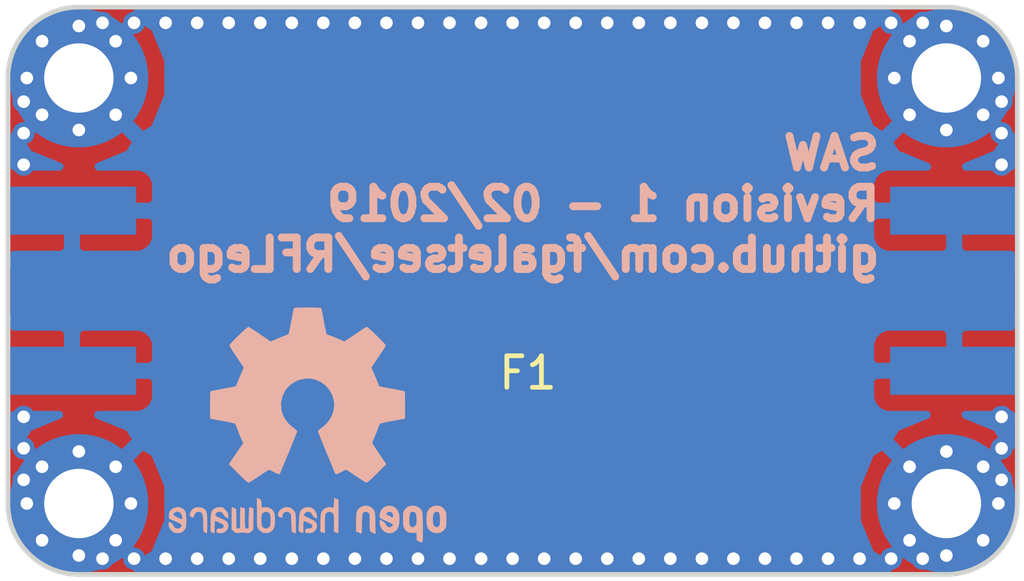
<source format=kicad_pcb>
(kicad_pcb (version 20171130) (host pcbnew 5.0.1)

  (general
    (thickness 1.6)
    (drawings 25)
    (tracks 71)
    (zones 0)
    (modules 8)
    (nets 4)
  )

  (page A4)
  (layers
    (0 F.Cu signal)
    (31 B.Cu signal)
    (32 B.Adhes user)
    (33 F.Adhes user)
    (34 B.Paste user)
    (35 F.Paste user)
    (36 B.SilkS user)
    (37 F.SilkS user)
    (38 B.Mask user hide)
    (39 F.Mask user hide)
    (40 Dwgs.User user)
    (41 Cmts.User user)
    (42 Eco1.User user)
    (43 Eco2.User user)
    (44 Edge.Cuts user)
    (45 Margin user)
    (46 B.CrtYd user)
    (47 F.CrtYd user)
    (48 B.Fab user)
    (49 F.Fab user hide)
  )

  (setup
    (last_trace_width 0.22)
    (trace_clearance 0.2)
    (zone_clearance 0)
    (zone_45_only no)
    (trace_min 0.2)
    (segment_width 0.15)
    (edge_width 0.15)
    (via_size 0.7)
    (via_drill 0.4)
    (via_min_size 0.6)
    (via_min_drill 0.3)
    (uvia_size 0.3)
    (uvia_drill 0.1)
    (uvias_allowed no)
    (uvia_min_size 0.2)
    (uvia_min_drill 0.1)
    (pcb_text_width 0.3)
    (pcb_text_size 1.5 1.5)
    (mod_edge_width 0.15)
    (mod_text_size 1 1)
    (mod_text_width 0.15)
    (pad_size 4.064 1.524)
    (pad_drill 0)
    (pad_to_mask_clearance 0.051)
    (solder_mask_min_width 0.25)
    (aux_axis_origin 100 100)
    (grid_origin 100 100)
    (visible_elements FFFFFF7F)
    (pcbplotparams
      (layerselection 0x010fc_ffffffff)
      (usegerberextensions false)
      (usegerberattributes false)
      (usegerberadvancedattributes false)
      (creategerberjobfile false)
      (excludeedgelayer true)
      (linewidth 0.100000)
      (plotframeref false)
      (viasonmask false)
      (mode 1)
      (useauxorigin true)
      (hpglpennumber 1)
      (hpglpenspeed 20)
      (hpglpendiameter 15.000000)
      (psnegative false)
      (psa4output false)
      (plotreference true)
      (plotvalue true)
      (plotinvisibletext false)
      (padsonsilk false)
      (subtractmaskfromsilk false)
      (outputformat 1)
      (mirror false)
      (drillshape 0)
      (scaleselection 1)
      (outputdirectory ""))
  )

  (net 0 "")
  (net 1 GND)
  (net 2 "Net-(F1-Pad2)")
  (net 3 "Net-(F1-Pad1)")

  (net_class Default "This is the default net class."
    (clearance 0.2)
    (trace_width 0.22)
    (via_dia 0.7)
    (via_drill 0.4)
    (uvia_dia 0.3)
    (uvia_drill 0.1)
    (diff_pair_gap 0.2)
    (diff_pair_width 0.2)
    (add_net GND)
  )

  (net_class "50 Ohm thin" ""
    (clearance 0.19)
    (trace_width 1)
    (via_dia 0.7)
    (via_drill 0.4)
    (uvia_dia 0.3)
    (uvia_drill 0.1)
    (diff_pair_gap 0.2)
    (diff_pair_width 0.2)
    (add_net "Net-(F1-Pad1)")
    (add_net "Net-(F1-Pad2)")
  )

  (net_class 50Ohm ""
    (clearance 0.32)
    (trace_width 1.5)
    (via_dia 0.7)
    (via_drill 0.4)
    (uvia_dia 0.3)
    (uvia_drill 0.1)
    (diff_pair_gap 0.2)
    (diff_pair_width 0.2)
  )

  (module MountingHole:MountingHole_2.2mm_M2_Pad_Via (layer F.Cu) (tedit 5C589B5C) (tstamp 5C654A6F)
    (at 102.25 102.25)
    (descr "Mounting Hole 2.2mm, M2")
    (tags "mounting hole 2.2mm m2")
    (path /5C581276)
    (attr virtual)
    (fp_text reference H1 (at 0 -3.2) (layer F.SilkS) hide
      (effects (font (size 1 1) (thickness 0.15)))
    )
    (fp_text value MountingHole_Pad (at 0 3.2) (layer F.Fab)
      (effects (font (size 1 1) (thickness 0.15)))
    )
    (fp_text user %R (at 0.3 0) (layer F.Fab)
      (effects (font (size 1 1) (thickness 0.15)))
    )
    (fp_circle (center 0 0) (end 2.2 0) (layer Cmts.User) (width 0.15))
    (fp_circle (center 0 0) (end 2.45 0) (layer F.CrtYd) (width 0.05))
    (pad 1 thru_hole circle (at 0 0) (size 4.4 4.4) (drill 2.2) (layers *.Cu *.Mask)
      (net 1 GND))
    (pad 1 thru_hole circle (at 1.65 0) (size 0.7 0.7) (drill 0.4) (layers *.Cu *.Mask)
      (net 1 GND))
    (pad 1 thru_hole circle (at 1.166726 1.166726) (size 0.7 0.7) (drill 0.4) (layers *.Cu *.Mask)
      (net 1 GND))
    (pad 1 thru_hole circle (at 0 1.65) (size 0.7 0.7) (drill 0.4) (layers *.Cu *.Mask)
      (net 1 GND))
    (pad 1 thru_hole circle (at -1.166726 1.166726) (size 0.7 0.7) (drill 0.4) (layers *.Cu *.Mask)
      (net 1 GND))
    (pad 1 thru_hole circle (at -1.65 0) (size 0.7 0.7) (drill 0.4) (layers *.Cu *.Mask)
      (net 1 GND))
    (pad 1 thru_hole circle (at -1.166726 -1.166726) (size 0.7 0.7) (drill 0.4) (layers *.Cu *.Mask)
      (net 1 GND))
    (pad 1 thru_hole circle (at 0 -1.65) (size 0.7 0.7) (drill 0.4) (layers *.Cu *.Mask)
      (net 1 GND))
    (pad 1 thru_hole circle (at 1.166726 -1.166726) (size 0.7 0.7) (drill 0.4) (layers *.Cu *.Mask)
      (net 1 GND))
  )

  (module MountingHole:MountingHole_2.2mm_M2_Pad_Via (layer F.Cu) (tedit 5C589B60) (tstamp 5C654BAF)
    (at 102.25 115.75)
    (descr "Mounting Hole 2.2mm, M2")
    (tags "mounting hole 2.2mm m2")
    (path /5C58129C)
    (attr virtual)
    (fp_text reference H2 (at 0 -3.2) (layer F.SilkS) hide
      (effects (font (size 1 1) (thickness 0.15)))
    )
    (fp_text value MountingHole_Pad (at 0 3.2) (layer F.Fab)
      (effects (font (size 1 1) (thickness 0.15)))
    )
    (fp_circle (center 0 0) (end 2.45 0) (layer F.CrtYd) (width 0.05))
    (fp_circle (center 0 0) (end 2.2 0) (layer Cmts.User) (width 0.15))
    (fp_text user %R (at 0.3 0) (layer F.Fab)
      (effects (font (size 1 1) (thickness 0.15)))
    )
    (pad 1 thru_hole circle (at 1.166726 -1.166726) (size 0.7 0.7) (drill 0.4) (layers *.Cu *.Mask)
      (net 1 GND))
    (pad 1 thru_hole circle (at 0 -1.65) (size 0.7 0.7) (drill 0.4) (layers *.Cu *.Mask)
      (net 1 GND))
    (pad 1 thru_hole circle (at -1.166726 -1.166726) (size 0.7 0.7) (drill 0.4) (layers *.Cu *.Mask)
      (net 1 GND))
    (pad 1 thru_hole circle (at -1.65 0) (size 0.7 0.7) (drill 0.4) (layers *.Cu *.Mask)
      (net 1 GND))
    (pad 1 thru_hole circle (at -1.166726 1.166726) (size 0.7 0.7) (drill 0.4) (layers *.Cu *.Mask)
      (net 1 GND))
    (pad 1 thru_hole circle (at 0 1.65) (size 0.7 0.7) (drill 0.4) (layers *.Cu *.Mask)
      (net 1 GND))
    (pad 1 thru_hole circle (at 1.166726 1.166726) (size 0.7 0.7) (drill 0.4) (layers *.Cu *.Mask)
      (net 1 GND))
    (pad 1 thru_hole circle (at 1.65 0) (size 0.7 0.7) (drill 0.4) (layers *.Cu *.Mask)
      (net 1 GND))
    (pad 1 thru_hole circle (at 0 0) (size 4.4 4.4) (drill 2.2) (layers *.Cu *.Mask)
      (net 1 GND))
  )

  (module MountingHole:MountingHole_2.2mm_M2_Pad_Via (layer F.Cu) (tedit 5C589B6A) (tstamp 5C654A8F)
    (at 129.75 102.25)
    (descr "Mounting Hole 2.2mm, M2")
    (tags "mounting hole 2.2mm m2")
    (path /5C589BDE)
    (attr virtual)
    (fp_text reference H3 (at 0 -3.2) (layer F.SilkS) hide
      (effects (font (size 1 1) (thickness 0.15)))
    )
    (fp_text value MountingHole_Pad (at 0 3.2) (layer F.Fab)
      (effects (font (size 1 1) (thickness 0.15)))
    )
    (fp_text user %R (at 0.3 0) (layer F.Fab)
      (effects (font (size 1 1) (thickness 0.15)))
    )
    (fp_circle (center 0 0) (end 2.2 0) (layer Cmts.User) (width 0.15))
    (fp_circle (center 0 0) (end 2.45 0) (layer F.CrtYd) (width 0.05))
    (pad 1 thru_hole circle (at 0 0) (size 4.4 4.4) (drill 2.2) (layers *.Cu *.Mask)
      (net 1 GND))
    (pad 1 thru_hole circle (at 1.65 0) (size 0.7 0.7) (drill 0.4) (layers *.Cu *.Mask)
      (net 1 GND))
    (pad 1 thru_hole circle (at 1.166726 1.166726) (size 0.7 0.7) (drill 0.4) (layers *.Cu *.Mask)
      (net 1 GND))
    (pad 1 thru_hole circle (at 0 1.65) (size 0.7 0.7) (drill 0.4) (layers *.Cu *.Mask)
      (net 1 GND))
    (pad 1 thru_hole circle (at -1.166726 1.166726) (size 0.7 0.7) (drill 0.4) (layers *.Cu *.Mask)
      (net 1 GND))
    (pad 1 thru_hole circle (at -1.65 0) (size 0.7 0.7) (drill 0.4) (layers *.Cu *.Mask)
      (net 1 GND))
    (pad 1 thru_hole circle (at -1.166726 -1.166726) (size 0.7 0.7) (drill 0.4) (layers *.Cu *.Mask)
      (net 1 GND))
    (pad 1 thru_hole circle (at 0 -1.65) (size 0.7 0.7) (drill 0.4) (layers *.Cu *.Mask)
      (net 1 GND))
    (pad 1 thru_hole circle (at 1.166726 -1.166726) (size 0.7 0.7) (drill 0.4) (layers *.Cu *.Mask)
      (net 1 GND))
  )

  (module MountingHole:MountingHole_2.2mm_M2_Pad_Via (layer F.Cu) (tedit 5C589B67) (tstamp 5C654A9F)
    (at 129.75 115.75)
    (descr "Mounting Hole 2.2mm, M2")
    (tags "mounting hole 2.2mm m2")
    (path /5C589CB1)
    (attr virtual)
    (fp_text reference H4 (at 0 -3.2) (layer F.SilkS) hide
      (effects (font (size 1 1) (thickness 0.15)))
    )
    (fp_text value MountingHole_Pad (at 0 3.2) (layer F.Fab)
      (effects (font (size 1 1) (thickness 0.15)))
    )
    (fp_circle (center 0 0) (end 2.45 0) (layer F.CrtYd) (width 0.05))
    (fp_circle (center 0 0) (end 2.2 0) (layer Cmts.User) (width 0.15))
    (fp_text user %R (at 0.3 0) (layer F.Fab)
      (effects (font (size 1 1) (thickness 0.15)))
    )
    (pad 1 thru_hole circle (at 1.166726 -1.166726) (size 0.7 0.7) (drill 0.4) (layers *.Cu *.Mask)
      (net 1 GND))
    (pad 1 thru_hole circle (at 0 -1.65) (size 0.7 0.7) (drill 0.4) (layers *.Cu *.Mask)
      (net 1 GND))
    (pad 1 thru_hole circle (at -1.166726 -1.166726) (size 0.7 0.7) (drill 0.4) (layers *.Cu *.Mask)
      (net 1 GND))
    (pad 1 thru_hole circle (at -1.65 0) (size 0.7 0.7) (drill 0.4) (layers *.Cu *.Mask)
      (net 1 GND))
    (pad 1 thru_hole circle (at -1.166726 1.166726) (size 0.7 0.7) (drill 0.4) (layers *.Cu *.Mask)
      (net 1 GND))
    (pad 1 thru_hole circle (at 0 1.65) (size 0.7 0.7) (drill 0.4) (layers *.Cu *.Mask)
      (net 1 GND))
    (pad 1 thru_hole circle (at 1.166726 1.166726) (size 0.7 0.7) (drill 0.4) (layers *.Cu *.Mask)
      (net 1 GND))
    (pad 1 thru_hole circle (at 1.65 0) (size 0.7 0.7) (drill 0.4) (layers *.Cu *.Mask)
      (net 1 GND))
    (pad 1 thru_hole circle (at 0 0) (size 4.4 4.4) (drill 2.2) (layers *.Cu *.Mask)
      (net 1 GND))
  )

  (module RFLego_Footprint:SMA_Edge (layer F.Cu) (tedit 5C589B63) (tstamp 5C654AA8)
    (at 100 109)
    (path /5C58165C)
    (fp_text reference J1 (at 2.1336 4.6482) (layer F.SilkS) hide
      (effects (font (size 1 1) (thickness 0.15)))
    )
    (fp_text value SMA (at 1.27 6.35) (layer F.Fab) hide
      (effects (font (size 1 1) (thickness 0.15)))
    )
    (pad 1 smd rect (at 2.032 0) (size 4.064 1.524) (layers F.Cu F.Mask)
      (net 3 "Net-(F1-Pad1)"))
    (pad 2 smd rect (at 2.032 -2.54) (size 4.064 1.524) (layers F.Cu F.Mask)
      (net 1 GND))
    (pad 2 smd rect (at 2.032 2.54) (size 4.064 1.524) (layers B.Cu B.Mask)
      (net 1 GND))
    (pad 2 smd rect (at 2.032 -2.54) (size 4.064 1.524) (layers B.Cu B.Mask)
      (net 1 GND))
    (pad 2 smd rect (at 2.032 2.54) (size 4.064 1.524) (layers F.Cu F.Mask)
      (net 1 GND))
  )

  (module RFLego_Footprint:SMA_Edge (layer F.Cu) (tedit 5C58AA95) (tstamp 5C654AB1)
    (at 127.968 109)
    (path /5C581B40)
    (fp_text reference J2 (at 2.1336 4.6482) (layer F.SilkS) hide
      (effects (font (size 1 1) (thickness 0.15)))
    )
    (fp_text value SMA (at 1.27 6.35) (layer F.Fab) hide
      (effects (font (size 1 1) (thickness 0.15)))
    )
    (pad 2 smd rect (at 2.032 2.54) (size 4.064 1.524) (layers F.Cu F.Mask)
      (net 1 GND))
    (pad 2 smd rect (at 2.032 -2.54) (size 4.064 1.524) (layers B.Cu B.Mask)
      (net 1 GND))
    (pad 2 smd rect (at 2.032 2.54) (size 4.064 1.524) (layers B.Cu B.Mask)
      (net 1 GND))
    (pad 2 smd rect (at 2.032 -2.54) (size 4.064 1.524) (layers F.Cu F.Mask)
      (net 1 GND))
    (pad 1 smd rect (at 2.032 0) (size 4.064 1.524) (layers F.Cu F.Mask)
      (net 2 "Net-(F1-Pad2)"))
  )

  (module Symbol:OSHW-Logo2_9.8x8mm_SilkScreen (layer B.Cu) (tedit 0) (tstamp 5C71C66D)
    (at 109.5 113.25 180)
    (descr "Open Source Hardware Symbol")
    (tags "Logo Symbol OSHW")
    (attr virtual)
    (fp_text reference REF** (at 0 0 180) (layer B.SilkS) hide
      (effects (font (size 1 1) (thickness 0.15)) (justify mirror))
    )
    (fp_text value OSHW-Logo2_9.8x8mm_SilkScreen (at 0.75 0 180) (layer B.Fab) hide
      (effects (font (size 1 1) (thickness 0.15)) (justify mirror))
    )
    (fp_poly (pts (xy 0.139878 3.712224) (xy 0.245612 3.711645) (xy 0.322132 3.710078) (xy 0.374372 3.707028)
      (xy 0.407263 3.702004) (xy 0.425737 3.694511) (xy 0.434727 3.684056) (xy 0.439163 3.670147)
      (xy 0.439594 3.668346) (xy 0.446333 3.635855) (xy 0.458808 3.571748) (xy 0.475719 3.482849)
      (xy 0.495771 3.375981) (xy 0.517664 3.257967) (xy 0.518429 3.253822) (xy 0.540359 3.138169)
      (xy 0.560877 3.035986) (xy 0.578659 2.953402) (xy 0.592381 2.896544) (xy 0.600718 2.871542)
      (xy 0.601116 2.871099) (xy 0.625677 2.85889) (xy 0.676315 2.838544) (xy 0.742095 2.814455)
      (xy 0.742461 2.814326) (xy 0.825317 2.783182) (xy 0.923 2.743509) (xy 1.015077 2.703619)
      (xy 1.019434 2.701647) (xy 1.169407 2.63358) (xy 1.501498 2.860361) (xy 1.603374 2.929496)
      (xy 1.695657 2.991303) (xy 1.773003 3.042267) (xy 1.830064 3.078873) (xy 1.861495 3.097606)
      (xy 1.864479 3.098996) (xy 1.887321 3.09281) (xy 1.929982 3.062965) (xy 1.994128 3.008053)
      (xy 2.081421 2.926666) (xy 2.170535 2.840078) (xy 2.256441 2.754753) (xy 2.333327 2.676892)
      (xy 2.396564 2.611303) (xy 2.441523 2.562795) (xy 2.463576 2.536175) (xy 2.464396 2.534805)
      (xy 2.466834 2.516537) (xy 2.45765 2.486705) (xy 2.434574 2.441279) (xy 2.395337 2.37623)
      (xy 2.33767 2.28753) (xy 2.260795 2.173343) (xy 2.19257 2.072838) (xy 2.131582 1.982697)
      (xy 2.081356 1.908151) (xy 2.045416 1.854435) (xy 2.027287 1.826782) (xy 2.026146 1.824905)
      (xy 2.028359 1.79841) (xy 2.045138 1.746914) (xy 2.073142 1.680149) (xy 2.083122 1.658828)
      (xy 2.126672 1.563841) (xy 2.173134 1.456063) (xy 2.210877 1.362808) (xy 2.238073 1.293594)
      (xy 2.259675 1.240994) (xy 2.272158 1.213503) (xy 2.273709 1.211384) (xy 2.296668 1.207876)
      (xy 2.350786 1.198262) (xy 2.428868 1.183911) (xy 2.523719 1.166193) (xy 2.628143 1.146475)
      (xy 2.734944 1.126126) (xy 2.836926 1.106514) (xy 2.926894 1.089009) (xy 2.997653 1.074978)
      (xy 3.042006 1.065791) (xy 3.052885 1.063193) (xy 3.064122 1.056782) (xy 3.072605 1.042303)
      (xy 3.078714 1.014867) (xy 3.082832 0.969589) (xy 3.085341 0.90158) (xy 3.086621 0.805953)
      (xy 3.087054 0.67782) (xy 3.087077 0.625299) (xy 3.087077 0.198155) (xy 2.9845 0.177909)
      (xy 2.927431 0.16693) (xy 2.842269 0.150905) (xy 2.739372 0.131767) (xy 2.629096 0.111449)
      (xy 2.598615 0.105868) (xy 2.496855 0.086083) (xy 2.408205 0.066627) (xy 2.340108 0.049303)
      (xy 2.300004 0.035912) (xy 2.293323 0.031921) (xy 2.276919 0.003658) (xy 2.253399 -0.051109)
      (xy 2.227316 -0.121588) (xy 2.222142 -0.136769) (xy 2.187956 -0.230896) (xy 2.145523 -0.337101)
      (xy 2.103997 -0.432473) (xy 2.103792 -0.432916) (xy 2.03464 -0.582525) (xy 2.489512 -1.251617)
      (xy 2.1975 -1.544116) (xy 2.10918 -1.63117) (xy 2.028625 -1.707909) (xy 1.96036 -1.770237)
      (xy 1.908908 -1.814056) (xy 1.878794 -1.83527) (xy 1.874474 -1.836616) (xy 1.849111 -1.826016)
      (xy 1.797358 -1.796547) (xy 1.724868 -1.751705) (xy 1.637294 -1.694984) (xy 1.542612 -1.631462)
      (xy 1.446516 -1.566668) (xy 1.360837 -1.510287) (xy 1.291016 -1.465788) (xy 1.242494 -1.436639)
      (xy 1.220782 -1.426308) (xy 1.194293 -1.43505) (xy 1.144062 -1.458087) (xy 1.080451 -1.490631)
      (xy 1.073708 -1.494249) (xy 0.988046 -1.53721) (xy 0.929306 -1.558279) (xy 0.892772 -1.558503)
      (xy 0.873731 -1.538928) (xy 0.87362 -1.538654) (xy 0.864102 -1.515472) (xy 0.841403 -1.460441)
      (xy 0.807282 -1.377822) (xy 0.7635 -1.271872) (xy 0.711816 -1.146852) (xy 0.653992 -1.00702)
      (xy 0.597991 -0.871637) (xy 0.536447 -0.722234) (xy 0.479939 -0.583832) (xy 0.430161 -0.460673)
      (xy 0.388806 -0.357002) (xy 0.357568 -0.277059) (xy 0.338141 -0.225088) (xy 0.332154 -0.205692)
      (xy 0.347168 -0.183443) (xy 0.386439 -0.147982) (xy 0.438807 -0.108887) (xy 0.587941 0.014755)
      (xy 0.704511 0.156478) (xy 0.787118 0.313296) (xy 0.834366 0.482225) (xy 0.844857 0.660278)
      (xy 0.837231 0.742461) (xy 0.795682 0.912969) (xy 0.724123 1.063541) (xy 0.626995 1.192691)
      (xy 0.508734 1.298936) (xy 0.37378 1.38079) (xy 0.226571 1.436768) (xy 0.071544 1.465385)
      (xy -0.086861 1.465156) (xy -0.244206 1.434595) (xy -0.396054 1.372218) (xy -0.537965 1.27654)
      (xy -0.597197 1.222428) (xy -0.710797 1.08348) (xy -0.789894 0.931639) (xy -0.835014 0.771333)
      (xy -0.846684 0.606988) (xy -0.825431 0.443029) (xy -0.77178 0.283882) (xy -0.68626 0.133975)
      (xy -0.569395 -0.002267) (xy -0.438807 -0.108887) (xy -0.384412 -0.149642) (xy -0.345986 -0.184718)
      (xy -0.332154 -0.205726) (xy -0.339397 -0.228635) (xy -0.359995 -0.283365) (xy -0.392254 -0.365672)
      (xy -0.434479 -0.471315) (xy -0.484977 -0.59605) (xy -0.542052 -0.735636) (xy -0.598146 -0.87167)
      (xy -0.660033 -1.021201) (xy -0.717356 -1.159767) (xy -0.768356 -1.283107) (xy -0.811273 -1.386964)
      (xy -0.844347 -1.46708) (xy -0.865819 -1.519195) (xy -0.873775 -1.538654) (xy -0.892571 -1.558423)
      (xy -0.928926 -1.558365) (xy -0.987521 -1.537441) (xy -1.073032 -1.494613) (xy -1.073708 -1.494249)
      (xy -1.138093 -1.461012) (xy -1.190139 -1.436802) (xy -1.219488 -1.426404) (xy -1.220783 -1.426308)
      (xy -1.242876 -1.436855) (xy -1.291652 -1.466184) (xy -1.361669 -1.510827) (xy -1.447486 -1.567314)
      (xy -1.542612 -1.631462) (xy -1.63946 -1.696411) (xy -1.726747 -1.752896) (xy -1.798819 -1.797421)
      (xy -1.850023 -1.82649) (xy -1.874474 -1.836616) (xy -1.89699 -1.823307) (xy -1.942258 -1.786112)
      (xy -2.005756 -1.729128) (xy -2.082961 -1.656449) (xy -2.169349 -1.572171) (xy -2.197601 -1.544016)
      (xy -2.489713 -1.251416) (xy -2.267369 -0.925104) (xy -2.199798 -0.824897) (xy -2.140493 -0.734963)
      (xy -2.092783 -0.66051) (xy -2.059993 -0.606751) (xy -2.045452 -0.578894) (xy -2.045026 -0.576912)
      (xy -2.052692 -0.550655) (xy -2.073311 -0.497837) (xy -2.103315 -0.42731) (xy -2.124375 -0.380093)
      (xy -2.163752 -0.289694) (xy -2.200835 -0.198366) (xy -2.229585 -0.1212) (xy -2.237395 -0.097692)
      (xy -2.259583 -0.034916) (xy -2.281273 0.013589) (xy -2.293187 0.031921) (xy -2.319477 0.043141)
      (xy -2.376858 0.059046) (xy -2.457882 0.077833) (xy -2.555105 0.097701) (xy -2.598615 0.105868)
      (xy -2.709104 0.126171) (xy -2.815084 0.14583) (xy -2.906199 0.162912) (xy -2.972092 0.175482)
      (xy -2.9845 0.177909) (xy -3.087077 0.198155) (xy -3.087077 0.625299) (xy -3.086847 0.765754)
      (xy -3.085901 0.872021) (xy -3.083859 0.948987) (xy -3.080338 1.00154) (xy -3.074957 1.034567)
      (xy -3.067334 1.052955) (xy -3.057088 1.061592) (xy -3.052885 1.063193) (xy -3.02753 1.068873)
      (xy -2.971516 1.080205) (xy -2.892036 1.095821) (xy -2.796288 1.114353) (xy -2.691467 1.134431)
      (xy -2.584768 1.154688) (xy -2.483387 1.173754) (xy -2.394521 1.190261) (xy -2.325363 1.202841)
      (xy -2.283111 1.210125) (xy -2.27371 1.211384) (xy -2.265193 1.228237) (xy -2.24634 1.27313)
      (xy -2.220676 1.33757) (xy -2.210877 1.362808) (xy -2.171352 1.460314) (xy -2.124808 1.568041)
      (xy -2.083123 1.658828) (xy -2.05245 1.728247) (xy -2.032044 1.78529) (xy -2.025232 1.820223)
      (xy -2.026318 1.824905) (xy -2.040715 1.847009) (xy -2.073588 1.896169) (xy -2.12141 1.967152)
      (xy -2.180652 2.054722) (xy -2.247785 2.153643) (xy -2.261059 2.17317) (xy -2.338954 2.28886)
      (xy -2.396213 2.376956) (xy -2.435119 2.441514) (xy -2.457956 2.486589) (xy -2.467006 2.516237)
      (xy -2.464552 2.534515) (xy -2.464489 2.534631) (xy -2.445173 2.558639) (xy -2.402449 2.605053)
      (xy -2.340949 2.669063) (xy -2.265302 2.745855) (xy -2.180139 2.830618) (xy -2.170535 2.840078)
      (xy -2.06321 2.944011) (xy -1.980385 3.020325) (xy -1.920395 3.070429) (xy -1.881577 3.09573)
      (xy -1.86448 3.098996) (xy -1.839527 3.08475) (xy -1.787745 3.051844) (xy -1.71448 3.003792)
      (xy -1.62508 2.94411) (xy -1.524889 2.876312) (xy -1.501499 2.860361) (xy -1.169407 2.63358)
      (xy -1.019435 2.701647) (xy -0.92823 2.741315) (xy -0.830331 2.781209) (xy -0.746169 2.813017)
      (xy -0.742462 2.814326) (xy -0.676631 2.838424) (xy -0.625884 2.8588) (xy -0.601158 2.871064)
      (xy -0.601116 2.871099) (xy -0.593271 2.893266) (xy -0.579934 2.947783) (xy -0.56243 3.02852)
      (xy -0.542083 3.12935) (xy -0.520218 3.244144) (xy -0.518429 3.253822) (xy -0.496496 3.372096)
      (xy -0.47636 3.479458) (xy -0.45932 3.569083) (xy -0.446672 3.634149) (xy -0.439716 3.667832)
      (xy -0.439594 3.668346) (xy -0.435361 3.682675) (xy -0.427129 3.693493) (xy -0.409967 3.701294)
      (xy -0.378942 3.706571) (xy -0.329122 3.709818) (xy -0.255576 3.711528) (xy -0.153371 3.712193)
      (xy -0.017575 3.712307) (xy 0 3.712308) (xy 0.139878 3.712224)) (layer B.SilkS) (width 0.01))
    (fp_poly (pts (xy 4.245224 -2.647838) (xy 4.322528 -2.698361) (xy 4.359814 -2.74359) (xy 4.389353 -2.825663)
      (xy 4.391699 -2.890607) (xy 4.386385 -2.977445) (xy 4.186115 -3.065103) (xy 4.088739 -3.109887)
      (xy 4.025113 -3.145913) (xy 3.992029 -3.177117) (xy 3.98628 -3.207436) (xy 4.004658 -3.240805)
      (xy 4.024923 -3.262923) (xy 4.083889 -3.298393) (xy 4.148024 -3.300879) (xy 4.206926 -3.273235)
      (xy 4.250197 -3.21832) (xy 4.257936 -3.198928) (xy 4.295006 -3.138364) (xy 4.337654 -3.112552)
      (xy 4.396154 -3.090471) (xy 4.396154 -3.174184) (xy 4.390982 -3.23115) (xy 4.370723 -3.279189)
      (xy 4.328262 -3.334346) (xy 4.321951 -3.341514) (xy 4.27472 -3.390585) (xy 4.234121 -3.41692)
      (xy 4.183328 -3.429035) (xy 4.14122 -3.433003) (xy 4.065902 -3.433991) (xy 4.012286 -3.421466)
      (xy 3.978838 -3.402869) (xy 3.926268 -3.361975) (xy 3.889879 -3.317748) (xy 3.86685 -3.262126)
      (xy 3.854359 -3.187047) (xy 3.849587 -3.084449) (xy 3.849206 -3.032376) (xy 3.850501 -2.969948)
      (xy 3.968471 -2.969948) (xy 3.969839 -3.003438) (xy 3.973249 -3.008923) (xy 3.995753 -3.001472)
      (xy 4.044182 -2.981753) (xy 4.108908 -2.953718) (xy 4.122443 -2.947692) (xy 4.204244 -2.906096)
      (xy 4.249312 -2.869538) (xy 4.259217 -2.835296) (xy 4.235526 -2.800648) (xy 4.21596 -2.785339)
      (xy 4.14536 -2.754721) (xy 4.07928 -2.75978) (xy 4.023959 -2.797151) (xy 3.985636 -2.863473)
      (xy 3.973349 -2.916116) (xy 3.968471 -2.969948) (xy 3.850501 -2.969948) (xy 3.85173 -2.91072)
      (xy 3.861032 -2.82071) (xy 3.87946 -2.755167) (xy 3.90936 -2.706912) (xy 3.95308 -2.668767)
      (xy 3.972141 -2.65644) (xy 4.058726 -2.624336) (xy 4.153522 -2.622316) (xy 4.245224 -2.647838)) (layer B.SilkS) (width 0.01))
    (fp_poly (pts (xy 3.570807 -2.636782) (xy 3.594161 -2.646988) (xy 3.649902 -2.691134) (xy 3.697569 -2.754967)
      (xy 3.727048 -2.823087) (xy 3.731846 -2.85667) (xy 3.71576 -2.903556) (xy 3.680475 -2.928365)
      (xy 3.642644 -2.943387) (xy 3.625321 -2.946155) (xy 3.616886 -2.926066) (xy 3.60023 -2.882351)
      (xy 3.592923 -2.862598) (xy 3.551948 -2.794271) (xy 3.492622 -2.760191) (xy 3.416552 -2.761239)
      (xy 3.410918 -2.762581) (xy 3.370305 -2.781836) (xy 3.340448 -2.819375) (xy 3.320055 -2.879809)
      (xy 3.307836 -2.967751) (xy 3.3025 -3.087813) (xy 3.302 -3.151698) (xy 3.301752 -3.252403)
      (xy 3.300126 -3.321054) (xy 3.295801 -3.364673) (xy 3.287454 -3.390282) (xy 3.273765 -3.404903)
      (xy 3.253411 -3.415558) (xy 3.252234 -3.416095) (xy 3.213038 -3.432667) (xy 3.193619 -3.438769)
      (xy 3.190635 -3.420319) (xy 3.188081 -3.369323) (xy 3.18614 -3.292308) (xy 3.184997 -3.195805)
      (xy 3.184769 -3.125184) (xy 3.185932 -2.988525) (xy 3.190479 -2.884851) (xy 3.199999 -2.808108)
      (xy 3.216081 -2.752246) (xy 3.240313 -2.711212) (xy 3.274286 -2.678954) (xy 3.307833 -2.65644)
      (xy 3.388499 -2.626476) (xy 3.482381 -2.619718) (xy 3.570807 -2.636782)) (layer B.SilkS) (width 0.01))
    (fp_poly (pts (xy 2.887333 -2.633528) (xy 2.94359 -2.659117) (xy 2.987747 -2.690124) (xy 3.020101 -2.724795)
      (xy 3.042438 -2.76952) (xy 3.056546 -2.830692) (xy 3.064211 -2.914701) (xy 3.06722 -3.02794)
      (xy 3.067538 -3.102509) (xy 3.067538 -3.39342) (xy 3.017773 -3.416095) (xy 2.978576 -3.432667)
      (xy 2.959157 -3.438769) (xy 2.955442 -3.42061) (xy 2.952495 -3.371648) (xy 2.950691 -3.300153)
      (xy 2.950308 -3.243385) (xy 2.948661 -3.161371) (xy 2.944222 -3.096309) (xy 2.93774 -3.056467)
      (xy 2.93259 -3.048) (xy 2.897977 -3.056646) (xy 2.84364 -3.078823) (xy 2.780722 -3.108886)
      (xy 2.720368 -3.141192) (xy 2.673721 -3.170098) (xy 2.651926 -3.189961) (xy 2.651839 -3.190175)
      (xy 2.653714 -3.226935) (xy 2.670525 -3.262026) (xy 2.700039 -3.290528) (xy 2.743116 -3.300061)
      (xy 2.779932 -3.29895) (xy 2.832074 -3.298133) (xy 2.859444 -3.310349) (xy 2.875882 -3.342624)
      (xy 2.877955 -3.34871) (xy 2.885081 -3.394739) (xy 2.866024 -3.422687) (xy 2.816353 -3.436007)
      (xy 2.762697 -3.43847) (xy 2.666142 -3.42021) (xy 2.616159 -3.394131) (xy 2.554429 -3.332868)
      (xy 2.52169 -3.25767) (xy 2.518753 -3.178211) (xy 2.546424 -3.104167) (xy 2.588047 -3.057769)
      (xy 2.629604 -3.031793) (xy 2.694922 -2.998907) (xy 2.771038 -2.965557) (xy 2.783726 -2.960461)
      (xy 2.867333 -2.923565) (xy 2.91553 -2.891046) (xy 2.93103 -2.858718) (xy 2.91655 -2.822394)
      (xy 2.891692 -2.794) (xy 2.832939 -2.759039) (xy 2.768293 -2.756417) (xy 2.709008 -2.783358)
      (xy 2.666339 -2.837088) (xy 2.660739 -2.85095) (xy 2.628133 -2.901936) (xy 2.58053 -2.939787)
      (xy 2.520461 -2.97085) (xy 2.520461 -2.882768) (xy 2.523997 -2.828951) (xy 2.539156 -2.786534)
      (xy 2.572768 -2.741279) (xy 2.605035 -2.70642) (xy 2.655209 -2.657062) (xy 2.694193 -2.630547)
      (xy 2.736064 -2.619911) (xy 2.78346 -2.618154) (xy 2.887333 -2.633528)) (layer B.SilkS) (width 0.01))
    (fp_poly (pts (xy 2.395929 -2.636662) (xy 2.398911 -2.688068) (xy 2.401247 -2.766192) (xy 2.402749 -2.864857)
      (xy 2.403231 -2.968343) (xy 2.403231 -3.318533) (xy 2.341401 -3.380363) (xy 2.298793 -3.418462)
      (xy 2.26139 -3.433895) (xy 2.21027 -3.432918) (xy 2.189978 -3.430433) (xy 2.126554 -3.4232)
      (xy 2.074095 -3.419055) (xy 2.061308 -3.418672) (xy 2.018199 -3.421176) (xy 1.956544 -3.427462)
      (xy 1.932638 -3.430433) (xy 1.873922 -3.435028) (xy 1.834464 -3.425046) (xy 1.795338 -3.394228)
      (xy 1.781215 -3.380363) (xy 1.719385 -3.318533) (xy 1.719385 -2.663503) (xy 1.76915 -2.640829)
      (xy 1.812002 -2.624034) (xy 1.837073 -2.618154) (xy 1.843501 -2.636736) (xy 1.849509 -2.688655)
      (xy 1.854697 -2.768172) (xy 1.858664 -2.869546) (xy 1.860577 -2.955192) (xy 1.865923 -3.292231)
      (xy 1.91256 -3.298825) (xy 1.954976 -3.294214) (xy 1.97576 -3.279287) (xy 1.98157 -3.251377)
      (xy 1.98653 -3.191925) (xy 1.990246 -3.108466) (xy 1.992324 -3.008532) (xy 1.992624 -2.957104)
      (xy 1.992923 -2.661054) (xy 2.054454 -2.639604) (xy 2.098004 -2.62502) (xy 2.121694 -2.618219)
      (xy 2.122377 -2.618154) (xy 2.124754 -2.636642) (xy 2.127366 -2.687906) (xy 2.129995 -2.765649)
      (xy 2.132421 -2.863574) (xy 2.134115 -2.955192) (xy 2.139461 -3.292231) (xy 2.256692 -3.292231)
      (xy 2.262072 -2.984746) (xy 2.267451 -2.677261) (xy 2.324601 -2.647707) (xy 2.366797 -2.627413)
      (xy 2.39177 -2.618204) (xy 2.392491 -2.618154) (xy 2.395929 -2.636662)) (layer B.SilkS) (width 0.01))
    (fp_poly (pts (xy 1.602081 -2.780289) (xy 1.601833 -2.92632) (xy 1.600872 -3.038655) (xy 1.598794 -3.122678)
      (xy 1.595193 -3.183769) (xy 1.589665 -3.227309) (xy 1.581804 -3.258679) (xy 1.571207 -3.283262)
      (xy 1.563182 -3.297294) (xy 1.496728 -3.373388) (xy 1.41247 -3.421084) (xy 1.319249 -3.438199)
      (xy 1.2259 -3.422546) (xy 1.170312 -3.394418) (xy 1.111957 -3.34576) (xy 1.072186 -3.286333)
      (xy 1.04819 -3.208507) (xy 1.037161 -3.104652) (xy 1.035599 -3.028462) (xy 1.035809 -3.022986)
      (xy 1.172308 -3.022986) (xy 1.173141 -3.110355) (xy 1.176961 -3.168192) (xy 1.185746 -3.206029)
      (xy 1.201474 -3.233398) (xy 1.220266 -3.254042) (xy 1.283375 -3.29389) (xy 1.351137 -3.297295)
      (xy 1.415179 -3.264025) (xy 1.420164 -3.259517) (xy 1.441439 -3.236067) (xy 1.454779 -3.208166)
      (xy 1.462001 -3.166641) (xy 1.464923 -3.102316) (xy 1.465385 -3.0312) (xy 1.464383 -2.941858)
      (xy 1.460238 -2.882258) (xy 1.451236 -2.843089) (xy 1.435667 -2.81504) (xy 1.422902 -2.800144)
      (xy 1.3636 -2.762575) (xy 1.295301 -2.758057) (xy 1.23011 -2.786753) (xy 1.217528 -2.797406)
      (xy 1.196111 -2.821063) (xy 1.182744 -2.849251) (xy 1.175566 -2.891245) (xy 1.172719 -2.956319)
      (xy 1.172308 -3.022986) (xy 1.035809 -3.022986) (xy 1.040322 -2.905765) (xy 1.056362 -2.813577)
      (xy 1.086528 -2.744269) (xy 1.133629 -2.690211) (xy 1.170312 -2.662505) (xy 1.23699 -2.632572)
      (xy 1.314272 -2.618678) (xy 1.38611 -2.622397) (xy 1.426308 -2.6374) (xy 1.442082 -2.64167)
      (xy 1.45255 -2.62575) (xy 1.459856 -2.583089) (xy 1.465385 -2.518106) (xy 1.471437 -2.445732)
      (xy 1.479844 -2.402187) (xy 1.495141 -2.377287) (xy 1.521864 -2.360845) (xy 1.538654 -2.353564)
      (xy 1.602154 -2.326963) (xy 1.602081 -2.780289)) (layer B.SilkS) (width 0.01))
    (fp_poly (pts (xy 0.713362 -2.62467) (xy 0.802117 -2.657421) (xy 0.874022 -2.71535) (xy 0.902144 -2.756128)
      (xy 0.932802 -2.830954) (xy 0.932165 -2.885058) (xy 0.899987 -2.921446) (xy 0.888081 -2.927633)
      (xy 0.836675 -2.946925) (xy 0.810422 -2.941982) (xy 0.80153 -2.909587) (xy 0.801077 -2.891692)
      (xy 0.784797 -2.825859) (xy 0.742365 -2.779807) (xy 0.683388 -2.757564) (xy 0.617475 -2.763161)
      (xy 0.563895 -2.792229) (xy 0.545798 -2.80881) (xy 0.532971 -2.828925) (xy 0.524306 -2.859332)
      (xy 0.518696 -2.906788) (xy 0.515035 -2.97805) (xy 0.512215 -3.079875) (xy 0.511484 -3.112115)
      (xy 0.50882 -3.22241) (xy 0.505792 -3.300036) (xy 0.50125 -3.351396) (xy 0.494046 -3.38289)
      (xy 0.483033 -3.40092) (xy 0.46706 -3.411888) (xy 0.456834 -3.416733) (xy 0.413406 -3.433301)
      (xy 0.387842 -3.438769) (xy 0.379395 -3.420507) (xy 0.374239 -3.365296) (xy 0.372346 -3.272499)
      (xy 0.373689 -3.141478) (xy 0.374107 -3.121269) (xy 0.377058 -3.001733) (xy 0.380548 -2.914449)
      (xy 0.385514 -2.852591) (xy 0.392893 -2.809336) (xy 0.403624 -2.77786) (xy 0.418645 -2.751339)
      (xy 0.426502 -2.739975) (xy 0.471553 -2.689692) (xy 0.52194 -2.650581) (xy 0.528108 -2.647167)
      (xy 0.618458 -2.620212) (xy 0.713362 -2.62467)) (layer B.SilkS) (width 0.01))
    (fp_poly (pts (xy 0.053501 -2.626303) (xy 0.13006 -2.654733) (xy 0.130936 -2.655279) (xy 0.178285 -2.690127)
      (xy 0.213241 -2.730852) (xy 0.237825 -2.783925) (xy 0.254062 -2.855814) (xy 0.263975 -2.952992)
      (xy 0.269586 -3.081928) (xy 0.270077 -3.100298) (xy 0.277141 -3.377287) (xy 0.217695 -3.408028)
      (xy 0.174681 -3.428802) (xy 0.14871 -3.438646) (xy 0.147509 -3.438769) (xy 0.143014 -3.420606)
      (xy 0.139444 -3.371612) (xy 0.137248 -3.300031) (xy 0.136769 -3.242068) (xy 0.136758 -3.14817)
      (xy 0.132466 -3.089203) (xy 0.117503 -3.061079) (xy 0.085482 -3.059706) (xy 0.030014 -3.080998)
      (xy -0.053731 -3.120136) (xy -0.115311 -3.152643) (xy -0.146983 -3.180845) (xy -0.156294 -3.211582)
      (xy -0.156308 -3.213104) (xy -0.140943 -3.266054) (xy -0.095453 -3.29466) (xy -0.025834 -3.298803)
      (xy 0.024313 -3.298084) (xy 0.050754 -3.312527) (xy 0.067243 -3.347218) (xy 0.076733 -3.391416)
      (xy 0.063057 -3.416493) (xy 0.057907 -3.420082) (xy 0.009425 -3.434496) (xy -0.058469 -3.436537)
      (xy -0.128388 -3.426983) (xy -0.177932 -3.409522) (xy -0.24643 -3.351364) (xy -0.285366 -3.270408)
      (xy -0.293077 -3.20716) (xy -0.287193 -3.150111) (xy -0.265899 -3.103542) (xy -0.223735 -3.062181)
      (xy -0.155241 -3.020755) (xy -0.054956 -2.973993) (xy -0.048846 -2.97135) (xy 0.04149 -2.929617)
      (xy 0.097235 -2.895391) (xy 0.121129 -2.864635) (xy 0.115913 -2.833311) (xy 0.084328 -2.797383)
      (xy 0.074883 -2.789116) (xy 0.011617 -2.757058) (xy -0.053936 -2.758407) (xy -0.111028 -2.789838)
      (xy -0.148907 -2.848024) (xy -0.152426 -2.859446) (xy -0.1867 -2.914837) (xy -0.230191 -2.941518)
      (xy -0.293077 -2.96796) (xy -0.293077 -2.899548) (xy -0.273948 -2.80011) (xy -0.217169 -2.708902)
      (xy -0.187622 -2.678389) (xy -0.120458 -2.639228) (xy -0.035044 -2.6215) (xy 0.053501 -2.626303)) (layer B.SilkS) (width 0.01))
    (fp_poly (pts (xy -0.840154 -2.49212) (xy -0.834428 -2.57198) (xy -0.827851 -2.619039) (xy -0.818738 -2.639566)
      (xy -0.805402 -2.639829) (xy -0.801077 -2.637378) (xy -0.743556 -2.619636) (xy -0.668732 -2.620672)
      (xy -0.592661 -2.63891) (xy -0.545082 -2.662505) (xy -0.496298 -2.700198) (xy -0.460636 -2.742855)
      (xy -0.436155 -2.797057) (xy -0.420913 -2.869384) (xy -0.41297 -2.966419) (xy -0.410384 -3.094742)
      (xy -0.410338 -3.119358) (xy -0.410308 -3.39587) (xy -0.471839 -3.41732) (xy -0.515541 -3.431912)
      (xy -0.539518 -3.438706) (xy -0.540223 -3.438769) (xy -0.542585 -3.420345) (xy -0.544594 -3.369526)
      (xy -0.546099 -3.292993) (xy -0.546947 -3.19743) (xy -0.547077 -3.139329) (xy -0.547349 -3.024771)
      (xy -0.548748 -2.942667) (xy -0.552151 -2.886393) (xy -0.558433 -2.849326) (xy -0.568471 -2.824844)
      (xy -0.583139 -2.806325) (xy -0.592298 -2.797406) (xy -0.655211 -2.761466) (xy -0.723864 -2.758775)
      (xy -0.786152 -2.78917) (xy -0.797671 -2.800144) (xy -0.814567 -2.820779) (xy -0.826286 -2.845256)
      (xy -0.833767 -2.880647) (xy -0.837946 -2.934026) (xy -0.839763 -3.012466) (xy -0.840154 -3.120617)
      (xy -0.840154 -3.39587) (xy -0.901685 -3.41732) (xy -0.945387 -3.431912) (xy -0.969364 -3.438706)
      (xy -0.97007 -3.438769) (xy -0.971874 -3.420069) (xy -0.9735 -3.367322) (xy -0.974883 -3.285557)
      (xy -0.975958 -3.179805) (xy -0.97666 -3.055094) (xy -0.976923 -2.916455) (xy -0.976923 -2.381806)
      (xy -0.849923 -2.328236) (xy -0.840154 -2.49212)) (layer B.SilkS) (width 0.01))
    (fp_poly (pts (xy -2.465746 -2.599745) (xy -2.388714 -2.651567) (xy -2.329184 -2.726412) (xy -2.293622 -2.821654)
      (xy -2.286429 -2.891756) (xy -2.287246 -2.921009) (xy -2.294086 -2.943407) (xy -2.312888 -2.963474)
      (xy -2.349592 -2.985733) (xy -2.410138 -3.014709) (xy -2.500466 -3.054927) (xy -2.500923 -3.055129)
      (xy -2.584067 -3.09321) (xy -2.652247 -3.127025) (xy -2.698495 -3.152933) (xy -2.715842 -3.167295)
      (xy -2.715846 -3.167411) (xy -2.700557 -3.198685) (xy -2.664804 -3.233157) (xy -2.623758 -3.25799)
      (xy -2.602963 -3.262923) (xy -2.54623 -3.245862) (xy -2.497373 -3.203133) (xy -2.473535 -3.156155)
      (xy -2.450603 -3.121522) (xy -2.405682 -3.082081) (xy -2.352877 -3.048009) (xy -2.30629 -3.02948)
      (xy -2.296548 -3.028462) (xy -2.285582 -3.045215) (xy -2.284921 -3.088039) (xy -2.29298 -3.145781)
      (xy -2.308173 -3.207289) (xy -2.328914 -3.261409) (xy -2.329962 -3.26351) (xy -2.392379 -3.35066)
      (xy -2.473274 -3.409939) (xy -2.565144 -3.439034) (xy -2.660487 -3.435634) (xy -2.751802 -3.397428)
      (xy -2.755862 -3.394741) (xy -2.827694 -3.329642) (xy -2.874927 -3.244705) (xy -2.901066 -3.133021)
      (xy -2.904574 -3.101643) (xy -2.910787 -2.953536) (xy -2.903339 -2.884468) (xy -2.715846 -2.884468)
      (xy -2.71341 -2.927552) (xy -2.700086 -2.940126) (xy -2.666868 -2.930719) (xy -2.614506 -2.908483)
      (xy -2.555976 -2.88061) (xy -2.554521 -2.879872) (xy -2.504911 -2.853777) (xy -2.485 -2.836363)
      (xy -2.48991 -2.818107) (xy -2.510584 -2.79412) (xy -2.563181 -2.759406) (xy -2.619823 -2.756856)
      (xy -2.670631 -2.782119) (xy -2.705724 -2.830847) (xy -2.715846 -2.884468) (xy -2.903339 -2.884468)
      (xy -2.898008 -2.835036) (xy -2.865222 -2.741055) (xy -2.819579 -2.675215) (xy -2.737198 -2.608681)
      (xy -2.646454 -2.575676) (xy -2.553815 -2.573573) (xy -2.465746 -2.599745)) (layer B.SilkS) (width 0.01))
    (fp_poly (pts (xy -3.983114 -2.587256) (xy -3.891536 -2.635409) (xy -3.823951 -2.712905) (xy -3.799943 -2.762727)
      (xy -3.781262 -2.837533) (xy -3.771699 -2.932052) (xy -3.770792 -3.03521) (xy -3.778079 -3.135935)
      (xy -3.793097 -3.223153) (xy -3.815385 -3.285791) (xy -3.822235 -3.296579) (xy -3.903368 -3.377105)
      (xy -3.999734 -3.425336) (xy -4.104299 -3.43945) (xy -4.210032 -3.417629) (xy -4.239457 -3.404547)
      (xy -4.296759 -3.364231) (xy -4.34705 -3.310775) (xy -4.351803 -3.303995) (xy -4.371122 -3.271321)
      (xy -4.383892 -3.236394) (xy -4.391436 -3.190414) (xy -4.395076 -3.124584) (xy -4.396135 -3.030105)
      (xy -4.396154 -3.008923) (xy -4.396106 -3.002182) (xy -4.200769 -3.002182) (xy -4.199632 -3.091349)
      (xy -4.195159 -3.15052) (xy -4.185754 -3.188741) (xy -4.169824 -3.215053) (xy -4.161692 -3.223846)
      (xy -4.114942 -3.257261) (xy -4.069553 -3.255737) (xy -4.02366 -3.226752) (xy -3.996288 -3.195809)
      (xy -3.980077 -3.150643) (xy -3.970974 -3.07942) (xy -3.970349 -3.071114) (xy -3.968796 -2.942037)
      (xy -3.985035 -2.846172) (xy -4.018848 -2.784107) (xy -4.070016 -2.756432) (xy -4.08828 -2.754923)
      (xy -4.13624 -2.762513) (xy -4.169047 -2.788808) (xy -4.189105 -2.839095) (xy -4.198822 -2.918664)
      (xy -4.200769 -3.002182) (xy -4.396106 -3.002182) (xy -4.395426 -2.908249) (xy -4.392371 -2.837906)
      (xy -4.385678 -2.789163) (xy -4.37404 -2.753288) (xy -4.356147 -2.721548) (xy -4.352192 -2.715648)
      (xy -4.285733 -2.636104) (xy -4.213315 -2.589929) (xy -4.125151 -2.571599) (xy -4.095213 -2.570703)
      (xy -3.983114 -2.587256)) (layer B.SilkS) (width 0.01))
    (fp_poly (pts (xy -1.728336 -2.595089) (xy -1.665633 -2.631358) (xy -1.622039 -2.667358) (xy -1.590155 -2.705075)
      (xy -1.56819 -2.751199) (xy -1.554351 -2.812421) (xy -1.546847 -2.895431) (xy -1.543883 -3.006919)
      (xy -1.543539 -3.087062) (xy -1.543539 -3.382065) (xy -1.709615 -3.456515) (xy -1.719385 -3.133402)
      (xy -1.723421 -3.012729) (xy -1.727656 -2.925141) (xy -1.732903 -2.86465) (xy -1.739975 -2.825268)
      (xy -1.749689 -2.801007) (xy -1.762856 -2.78588) (xy -1.767081 -2.782606) (xy -1.831091 -2.757034)
      (xy -1.895792 -2.767153) (xy -1.934308 -2.794) (xy -1.949975 -2.813024) (xy -1.96082 -2.837988)
      (xy -1.967712 -2.875834) (xy -1.971521 -2.933502) (xy -1.973117 -3.017935) (xy -1.973385 -3.105928)
      (xy -1.973437 -3.216323) (xy -1.975328 -3.294463) (xy -1.981655 -3.347165) (xy -1.995017 -3.381242)
      (xy -2.018015 -3.403511) (xy -2.053246 -3.420787) (xy -2.100303 -3.438738) (xy -2.151697 -3.458278)
      (xy -2.145579 -3.111485) (xy -2.143116 -2.986468) (xy -2.140233 -2.894082) (xy -2.136102 -2.827881)
      (xy -2.129893 -2.78142) (xy -2.120774 -2.748256) (xy -2.107917 -2.721944) (xy -2.092416 -2.698729)
      (xy -2.017629 -2.624569) (xy -1.926372 -2.581684) (xy -1.827117 -2.571412) (xy -1.728336 -2.595089)) (layer B.SilkS) (width 0.01))
    (fp_poly (pts (xy -3.231114 -2.584505) (xy -3.156461 -2.621727) (xy -3.090569 -2.690261) (xy -3.072423 -2.715648)
      (xy -3.052655 -2.748866) (xy -3.039828 -2.784945) (xy -3.03249 -2.833098) (xy -3.029187 -2.902536)
      (xy -3.028462 -2.994206) (xy -3.031737 -3.11983) (xy -3.043123 -3.214154) (xy -3.064959 -3.284523)
      (xy -3.099581 -3.338286) (xy -3.14933 -3.382788) (xy -3.152986 -3.385423) (xy -3.202015 -3.412377)
      (xy -3.261055 -3.425712) (xy -3.336141 -3.429) (xy -3.458205 -3.429) (xy -3.458256 -3.547497)
      (xy -3.459392 -3.613492) (xy -3.466314 -3.652202) (xy -3.484402 -3.675419) (xy -3.519038 -3.694933)
      (xy -3.527355 -3.69892) (xy -3.56628 -3.717603) (xy -3.596417 -3.729403) (xy -3.618826 -3.730422)
      (xy -3.634567 -3.716761) (xy -3.644698 -3.684522) (xy -3.650277 -3.629804) (xy -3.652365 -3.548711)
      (xy -3.652019 -3.437344) (xy -3.6503 -3.291802) (xy -3.649763 -3.248269) (xy -3.647828 -3.098205)
      (xy -3.646096 -3.000042) (xy -3.458308 -3.000042) (xy -3.457252 -3.083364) (xy -3.452562 -3.13788)
      (xy -3.441949 -3.173837) (xy -3.423128 -3.201482) (xy -3.41035 -3.214965) (xy -3.35811 -3.254417)
      (xy -3.311858 -3.257628) (xy -3.264133 -3.225049) (xy -3.262923 -3.223846) (xy -3.243506 -3.198668)
      (xy -3.231693 -3.164447) (xy -3.225735 -3.111748) (xy -3.22388 -3.031131) (xy -3.223846 -3.013271)
      (xy -3.22833 -2.902175) (xy -3.242926 -2.825161) (xy -3.26935 -2.778147) (xy -3.309317 -2.75705)
      (xy -3.332416 -2.754923) (xy -3.387238 -2.7649) (xy -3.424842 -2.797752) (xy -3.447477 -2.857857)
      (xy -3.457394 -2.949598) (xy -3.458308 -3.000042) (xy -3.646096 -3.000042) (xy -3.645778 -2.98206)
      (xy -3.643127 -2.894679) (xy -3.639394 -2.830905) (xy -3.634093 -2.785582) (xy -3.626742 -2.753555)
      (xy -3.616857 -2.729668) (xy -3.603954 -2.708764) (xy -3.598421 -2.700898) (xy -3.525031 -2.626595)
      (xy -3.43224 -2.584467) (xy -3.324904 -2.572722) (xy -3.231114 -2.584505)) (layer B.SilkS) (width 0.01))
  )

  (module RFLego_Footprint:SM3030-6 (layer F.Cu) (tedit 5C4F693E) (tstamp 5C6B2A09)
    (at 115.2146 107.7978)
    (path /5C5EBA22)
    (fp_text reference F1 (at 1.27 3.81) (layer F.SilkS)
      (effects (font (size 1 1) (thickness 0.15)))
    )
    (fp_text value SF2136E (at 1.27 -1.27) (layer F.Fab)
      (effects (font (size 1 1) (thickness 0.15)))
    )
    (pad 2 smd rect (at 2.15 1.19) (size 1.05 0.81) (layers F.Cu F.Paste F.Mask)
      (net 2 "Net-(F1-Pad2)"))
    (pad 3 smd rect (at 0.325 0) (size 1.7 0.81) (layers F.Cu F.Paste F.Mask)
      (net 1 GND))
    (pad 1 smd rect (at 0 1.19) (size 1.05 0.81) (layers F.Cu F.Paste F.Mask)
      (net 3 "Net-(F1-Pad1)"))
    (pad 3 smd rect (at 0 2.38) (size 1.05 0.81) (layers F.Cu F.Paste F.Mask)
      (net 1 GND))
    (pad 3 smd rect (at 2.15 0) (size 1.05 0.81) (layers F.Cu F.Paste F.Mask)
      (net 1 GND))
    (pad 3 smd rect (at 2.15 2.38) (size 1.05 0.81) (layers F.Cu F.Paste F.Mask)
      (net 1 GND))
  )

  (gr_text "SAW \nRevision 1 - 02/2019\ngithub.com/fgaletsee/RFLego" (at 127.75 106.25) (layer B.SilkS)
    (effects (font (size 1 1) (thickness 0.25)) (justify left mirror))
  )
  (gr_arc (start 102.25 115.75) (end 100 115.75) (angle -90) (layer Edge.Cuts) (width 0.15) (tstamp 5C655021))
  (gr_arc (start 102.25 115.75) (end 100 115.75) (angle -90) (layer F.Mask) (width 2) (tstamp 5C655021))
  (gr_arc (start 102.25 102.25) (end 102.25 100) (angle -90) (layer B.Mask) (width 2) (tstamp 5C655021))
  (gr_arc (start 102.25 102.25) (end 102.25 100) (angle -90) (layer F.Mask) (width 2) (tstamp 5C655021))
  (gr_arc (start 129.75 102.25) (end 132 102.25) (angle -90) (layer B.Mask) (width 2) (tstamp 5C654FA2))
  (gr_arc (start 129.75 102.25) (end 132 102.25) (angle -90) (layer F.Mask) (width 2) (tstamp 5C654FA2))
  (gr_arc (start 129.75 115.75) (end 129.75 118) (angle -90) (layer B.Mask) (width 2) (tstamp 5C654FA2))
  (gr_arc (start 129.75 115.75) (end 129.75 118) (angle -90) (layer Edge.Cuts) (width 0.15) (tstamp 5C654FA2))
  (gr_line (start 132 102.25) (end 132 115.75) (layer B.Mask) (width 2) (tstamp 5C654F60))
  (gr_line (start 132 102.25) (end 132 115.75) (layer Edge.Cuts) (width 0.15) (tstamp 5C654F60))
  (gr_line (start 100 102.25) (end 100 115.75) (layer B.Mask) (width 2) (tstamp 5C654F60))
  (gr_line (start 100 102.25) (end 100 115.75) (layer F.Mask) (width 2) (tstamp 5C654F60))
  (gr_line (start 102.25 118) (end 129.75 118) (layer B.Mask) (width 2) (tstamp 5C654E91))
  (gr_line (start 102.25 118) (end 129.75 118) (layer F.Mask) (width 2) (tstamp 5C654E91))
  (gr_line (start 102.25 100) (end 129.75 100) (layer B.Mask) (width 2) (tstamp 5C654E91))
  (gr_line (start 102.25 100) (end 129.75 100) (layer Edge.Cuts) (width 0.15) (tstamp 5C654E91))
  (gr_arc (start 129.75 115.75) (end 129.75 118) (angle -90) (layer F.Mask) (width 2))
  (gr_arc (start 129.75 102.25) (end 132 102.25) (angle -90) (layer Edge.Cuts) (width 0.15))
  (gr_arc (start 102.25 102.25) (end 102.25 100) (angle -90) (layer Edge.Cuts) (width 0.15))
  (gr_arc (start 102.25 115.75) (end 100 115.75) (angle -90) (layer B.Mask) (width 2))
  (gr_line (start 132 102.25) (end 132 115.75) (layer F.Mask) (width 2))
  (gr_line (start 102.25 118) (end 129.75 118) (layer Edge.Cuts) (width 0.15))
  (gr_line (start 100 102.25) (end 100 115.75) (layer Edge.Cuts) (width 0.15))
  (gr_line (start 102.25 100) (end 129.75 100) (layer F.Mask) (width 2))

  (via (at 131.5 115) (size 0.7) (drill 0.4) (layers F.Cu B.Cu) (net 1) (status 30))
  (via (at 131.5 103) (size 0.7) (drill 0.4) (layers F.Cu B.Cu) (net 1) (status 30))
  (via (at 129 100.5) (size 0.7) (drill 0.4) (layers F.Cu B.Cu) (net 1) (status 30))
  (via (at 103 100.5) (size 0.7) (drill 0.4) (layers F.Cu B.Cu) (net 1) (status 30))
  (via (at 100.5 103) (size 0.7) (drill 0.4) (layers F.Cu B.Cu) (net 1) (status 30))
  (via (at 100.5 115) (size 0.7) (drill 0.4) (layers F.Cu B.Cu) (net 1) (status 30))
  (via (at 129 117.5) (size 0.7) (drill 0.4) (layers F.Cu B.Cu) (net 1) (status 30))
  (via (at 128 117.5) (size 0.7) (drill 0.4) (layers F.Cu B.Cu) (net 1))
  (via (at 127 117.5) (size 0.7) (drill 0.4) (layers F.Cu B.Cu) (net 1))
  (via (at 126 117.5) (size 0.7) (drill 0.4) (layers F.Cu B.Cu) (net 1))
  (via (at 125 117.5) (size 0.7) (drill 0.4) (layers F.Cu B.Cu) (net 1))
  (via (at 124 117.5) (size 0.7) (drill 0.4) (layers F.Cu B.Cu) (net 1))
  (via (at 123 117.5) (size 0.7) (drill 0.4) (layers F.Cu B.Cu) (net 1))
  (via (at 122 117.5) (size 0.7) (drill 0.4) (layers F.Cu B.Cu) (net 1))
  (via (at 121 117.5) (size 0.7) (drill 0.4) (layers F.Cu B.Cu) (net 1))
  (via (at 120 117.5) (size 0.7) (drill 0.4) (layers F.Cu B.Cu) (net 1))
  (via (at 119 117.5) (size 0.7) (drill 0.4) (layers F.Cu B.Cu) (net 1))
  (via (at 118 117.5) (size 0.7) (drill 0.4) (layers F.Cu B.Cu) (net 1))
  (via (at 117 117.5) (size 0.7) (drill 0.4) (layers F.Cu B.Cu) (net 1))
  (via (at 116 117.5) (size 0.7) (drill 0.4) (layers F.Cu B.Cu) (net 1))
  (via (at 115 117.5) (size 0.7) (drill 0.4) (layers F.Cu B.Cu) (net 1))
  (via (at 114 117.5) (size 0.7) (drill 0.4) (layers F.Cu B.Cu) (net 1))
  (via (at 113 117.5) (size 0.7) (drill 0.4) (layers F.Cu B.Cu) (net 1))
  (via (at 112 117.5) (size 0.7) (drill 0.4) (layers F.Cu B.Cu) (net 1))
  (via (at 111 117.5) (size 0.7) (drill 0.4) (layers F.Cu B.Cu) (net 1))
  (via (at 110 117.5) (size 0.7) (drill 0.4) (layers F.Cu B.Cu) (net 1))
  (via (at 109 117.5) (size 0.7) (drill 0.4) (layers F.Cu B.Cu) (net 1))
  (via (at 108 117.5) (size 0.7) (drill 0.4) (layers F.Cu B.Cu) (net 1))
  (via (at 107 117.5) (size 0.7) (drill 0.4) (layers F.Cu B.Cu) (net 1))
  (via (at 106 117.5) (size 0.7) (drill 0.4) (layers F.Cu B.Cu) (net 1))
  (via (at 105 117.5) (size 0.7) (drill 0.4) (layers F.Cu B.Cu) (net 1))
  (via (at 104 117.5) (size 0.7) (drill 0.4) (layers F.Cu B.Cu) (net 1))
  (via (at 103 117.5) (size 0.7) (drill 0.4) (layers F.Cu B.Cu) (net 1) (status 30))
  (via (at 100.5 114) (size 0.7) (drill 0.4) (layers F.Cu B.Cu) (net 1))
  (via (at 100.5 104) (size 0.7) (drill 0.4) (layers F.Cu B.Cu) (net 1))
  (via (at 104 100.5) (size 0.7) (drill 0.4) (layers F.Cu B.Cu) (net 1))
  (via (at 105 100.5) (size 0.7) (drill 0.4) (layers F.Cu B.Cu) (net 1))
  (via (at 106 100.5) (size 0.7) (drill 0.4) (layers F.Cu B.Cu) (net 1))
  (via (at 107 100.5) (size 0.7) (drill 0.4) (layers F.Cu B.Cu) (net 1))
  (via (at 108 100.5) (size 0.7) (drill 0.4) (layers F.Cu B.Cu) (net 1))
  (via (at 109 100.5) (size 0.7) (drill 0.4) (layers F.Cu B.Cu) (net 1))
  (via (at 110 100.5) (size 0.7) (drill 0.4) (layers F.Cu B.Cu) (net 1))
  (via (at 111 100.5) (size 0.7) (drill 0.4) (layers F.Cu B.Cu) (net 1))
  (via (at 112 100.5) (size 0.7) (drill 0.4) (layers F.Cu B.Cu) (net 1))
  (via (at 113 100.5) (size 0.7) (drill 0.4) (layers F.Cu B.Cu) (net 1))
  (via (at 114 100.5) (size 0.7) (drill 0.4) (layers F.Cu B.Cu) (net 1))
  (via (at 115 100.5) (size 0.7) (drill 0.4) (layers F.Cu B.Cu) (net 1))
  (via (at 116 100.5) (size 0.7) (drill 0.4) (layers F.Cu B.Cu) (net 1))
  (via (at 117 100.5) (size 0.7) (drill 0.4) (layers F.Cu B.Cu) (net 1))
  (via (at 118 100.5) (size 0.7) (drill 0.4) (layers F.Cu B.Cu) (net 1))
  (via (at 119 100.5) (size 0.7) (drill 0.4) (layers F.Cu B.Cu) (net 1))
  (via (at 120 100.5) (size 0.7) (drill 0.4) (layers F.Cu B.Cu) (net 1))
  (via (at 121 100.5) (size 0.7) (drill 0.4) (layers F.Cu B.Cu) (net 1))
  (via (at 122 100.5) (size 0.7) (drill 0.4) (layers F.Cu B.Cu) (net 1))
  (via (at 123 100.5) (size 0.7) (drill 0.4) (layers F.Cu B.Cu) (net 1))
  (via (at 124 100.5) (size 0.7) (drill 0.4) (layers F.Cu B.Cu) (net 1))
  (via (at 125 100.5) (size 0.7) (drill 0.4) (layers F.Cu B.Cu) (net 1))
  (via (at 126 100.5) (size 0.7) (drill 0.4) (layers F.Cu B.Cu) (net 1))
  (via (at 127 100.5) (size 0.7) (drill 0.4) (layers F.Cu B.Cu) (net 1))
  (via (at 128 100.5) (size 0.7) (drill 0.4) (layers F.Cu B.Cu) (net 1))
  (via (at 131.5 104) (size 0.7) (drill 0.4) (layers F.Cu B.Cu) (net 1))
  (via (at 131.5 114) (size 0.7) (drill 0.4) (layers F.Cu B.Cu) (net 1))
  (via (at 100.5 105) (size 0.7) (drill 0.4) (layers F.Cu B.Cu) (net 1))
  (via (at 100.5 113) (size 0.7) (drill 0.4) (layers F.Cu B.Cu) (net 1))
  (via (at 131.5 113) (size 0.7) (drill 0.4) (layers F.Cu B.Cu) (net 1))
  (via (at 131.5 105) (size 0.7) (drill 0.4) (layers F.Cu B.Cu) (net 1))
  (segment (start 129.9954 108.9954) (end 130 109) (width 1) (layer F.Cu) (net 2))
  (segment (start 117.3768 109) (end 117.3646 108.9878) (width 1) (layer F.Cu) (net 2))
  (segment (start 130 109) (end 117.3768 109) (width 1) (layer F.Cu) (net 2))
  (segment (start 102.0442 108.9878) (end 102.032 109) (width 1) (layer F.Cu) (net 3))
  (segment (start 115.2146 108.9878) (end 102.0442 108.9878) (width 1) (layer F.Cu) (net 3))

  (zone (net 1) (net_name GND) (layer F.Cu) (tstamp 0) (hatch edge 0.508)
    (connect_pads yes (clearance 0))
    (min_thickness 0.254)
    (fill yes (arc_segments 16) (thermal_gap 0.508) (thermal_bridge_width 0.508))
    (polygon
      (pts
        (xy 132 118) (xy 100 118) (xy 100 100) (xy 132 100)
      )
    )
    (filled_polygon
      (pts
        (xy 113.208 112.7) (xy 113.217667 112.748601) (xy 113.245197 112.789803) (xy 113.286399 112.817333) (xy 113.335 112.827)
        (xy 119.3675 112.827) (xy 119.420943 112.815208) (xy 119.460963 112.785986) (xy 119.486754 112.743674) (xy 119.49439 112.694713)
        (xy 119.374902 109.827) (xy 127.647523 109.827) (xy 127.659973 109.889589) (xy 127.732246 109.997754) (xy 127.840411 110.070027)
        (xy 127.968 110.095406) (xy 131.798001 110.095406) (xy 131.798001 115.736752) (xy 131.726532 116.27961) (xy 131.522109 116.77313)
        (xy 131.196922 117.196922) (xy 130.77313 117.522109) (xy 130.27961 117.726532) (xy 129.736759 117.798) (xy 102.263241 117.798)
        (xy 101.72039 117.726532) (xy 101.22687 117.522109) (xy 100.803078 117.196922) (xy 100.477891 116.77313) (xy 100.273468 116.27961)
        (xy 100.202 115.736759) (xy 100.202 110.095406) (xy 104.064 110.095406) (xy 104.191589 110.070027) (xy 104.299754 109.997754)
        (xy 104.372027 109.889589) (xy 104.386903 109.8148) (xy 113.208 109.8148)
      )
    )
    (filled_polygon
      (pts
        (xy 130.27961 100.273468) (xy 130.77313 100.477891) (xy 131.196922 100.803078) (xy 131.522109 101.22687) (xy 131.726532 101.72039)
        (xy 131.798 102.263241) (xy 131.798 107.904594) (xy 127.968 107.904594) (xy 127.840411 107.929973) (xy 127.732246 108.002246)
        (xy 127.659973 108.110411) (xy 127.647523 108.173) (xy 119.305985 108.173) (xy 119.17689 105.074713) (xy 119.167333 105.031399)
        (xy 119.139803 104.990197) (xy 119.098601 104.962667) (xy 119.05 104.953) (xy 113.335 104.953) (xy 113.286399 104.962667)
        (xy 113.245197 104.990197) (xy 113.217667 105.031399) (xy 113.208 105.08) (xy 113.208 108.1608) (xy 104.38205 108.1608)
        (xy 104.372027 108.110411) (xy 104.299754 108.002246) (xy 104.191589 107.929973) (xy 104.064 107.904594) (xy 100.202 107.904594)
        (xy 100.202 102.263241) (xy 100.273468 101.72039) (xy 100.477891 101.22687) (xy 100.803078 100.803078) (xy 101.22687 100.477891)
        (xy 101.72039 100.273468) (xy 102.263241 100.202) (xy 129.736759 100.202)
      )
    )
  )
  (zone (net 1) (net_name GND) (layer B.Cu) (tstamp 5C656509) (hatch edge 0.508)
    (connect_pads (clearance 0))
    (min_thickness 0.254)
    (fill yes (arc_segments 16) (thermal_gap 0.508) (thermal_bridge_width 0.508))
    (polygon
      (pts
        (xy 100 100) (xy 132 100) (xy 132 118) (xy 100 118)
      )
    )
    (filled_polygon
      (pts
        (xy 127.910223 100.230618) (xy 129.75 102.070395) (xy 131.095297 100.725098) (xy 131.196922 100.803078) (xy 131.274902 100.904703)
        (xy 129.929605 102.25) (xy 131.769382 104.089777) (xy 131.798 104.071857) (xy 131.798 105.063) (xy 130.373848 105.063)
        (xy 131.344632 104.660888) (xy 131.589777 104.269382) (xy 129.75 102.429605) (xy 127.910223 104.269382) (xy 128.155368 104.660888)
        (xy 129.139153 105.063) (xy 127.841691 105.063) (xy 127.608302 105.159673) (xy 127.429673 105.338301) (xy 127.333 105.57169)
        (xy 127.333 106.17425) (xy 127.49175 106.333) (xy 129.873 106.333) (xy 129.873 106.313) (xy 130.127 106.313)
        (xy 130.127 106.333) (xy 130.147 106.333) (xy 130.147 106.587) (xy 130.127 106.587) (xy 130.127 107.69825)
        (xy 130.28575 107.857) (xy 131.798 107.857) (xy 131.798001 110.143) (xy 130.28575 110.143) (xy 130.127 110.30175)
        (xy 130.127 111.413) (xy 130.147 111.413) (xy 130.147 111.667) (xy 130.127 111.667) (xy 130.127 111.687)
        (xy 129.873 111.687) (xy 129.873 111.667) (xy 127.49175 111.667) (xy 127.333 111.82575) (xy 127.333 112.42831)
        (xy 127.429673 112.661699) (xy 127.608302 112.840327) (xy 127.841691 112.937) (xy 129.126152 112.937) (xy 128.155368 113.339112)
        (xy 127.910223 113.730618) (xy 129.75 115.570395) (xy 131.589777 113.730618) (xy 131.344632 113.339112) (xy 130.360847 112.937)
        (xy 131.798001 112.937) (xy 131.798001 113.928143) (xy 131.769382 113.910223) (xy 129.929605 115.75) (xy 131.274902 117.095297)
        (xy 131.196922 117.196922) (xy 131.095297 117.274902) (xy 129.75 115.929605) (xy 127.910223 117.769382) (xy 127.928142 117.798)
        (xy 104.071858 117.798) (xy 104.089777 117.769382) (xy 102.25 115.929605) (xy 100.904703 117.274902) (xy 100.803078 117.196922)
        (xy 100.725098 117.095297) (xy 102.070395 115.75) (xy 102.429605 115.75) (xy 104.269382 117.589777) (xy 104.660888 117.344632)
        (xy 105.087609 116.30064) (xy 105.082455 115.19936) (xy 126.912391 115.19936) (xy 126.91767 116.327181) (xy 127.339112 117.344632)
        (xy 127.730618 117.589777) (xy 129.570395 115.75) (xy 127.730618 113.910223) (xy 127.339112 114.155368) (xy 126.912391 115.19936)
        (xy 105.082455 115.19936) (xy 105.08233 115.172819) (xy 104.660888 114.155368) (xy 104.269382 113.910223) (xy 102.429605 115.75)
        (xy 102.070395 115.75) (xy 100.230618 113.910223) (xy 100.202 113.928142) (xy 100.202 112.937) (xy 101.626152 112.937)
        (xy 100.655368 113.339112) (xy 100.410223 113.730618) (xy 102.25 115.570395) (xy 104.089777 113.730618) (xy 103.844632 113.339112)
        (xy 102.860847 112.937) (xy 104.190309 112.937) (xy 104.423698 112.840327) (xy 104.602327 112.661699) (xy 104.699 112.42831)
        (xy 104.699 111.82575) (xy 104.54025 111.667) (xy 102.159 111.667) (xy 102.159 111.687) (xy 101.905 111.687)
        (xy 101.905 111.667) (xy 101.885 111.667) (xy 101.885 111.413) (xy 101.905 111.413) (xy 101.905 110.30175)
        (xy 102.159 110.30175) (xy 102.159 111.413) (xy 104.54025 111.413) (xy 104.699 111.25425) (xy 104.699 110.65169)
        (xy 127.333 110.65169) (xy 127.333 111.25425) (xy 127.49175 111.413) (xy 129.873 111.413) (xy 129.873 110.30175)
        (xy 129.71425 110.143) (xy 127.841691 110.143) (xy 127.608302 110.239673) (xy 127.429673 110.418301) (xy 127.333 110.65169)
        (xy 104.699 110.65169) (xy 104.602327 110.418301) (xy 104.423698 110.239673) (xy 104.190309 110.143) (xy 102.31775 110.143)
        (xy 102.159 110.30175) (xy 101.905 110.30175) (xy 101.74625 110.143) (xy 100.202 110.143) (xy 100.202 107.857)
        (xy 101.74625 107.857) (xy 101.905 107.69825) (xy 101.905 106.587) (xy 102.159 106.587) (xy 102.159 107.69825)
        (xy 102.31775 107.857) (xy 104.190309 107.857) (xy 104.423698 107.760327) (xy 104.602327 107.581699) (xy 104.699 107.34831)
        (xy 104.699 106.74575) (xy 127.333 106.74575) (xy 127.333 107.34831) (xy 127.429673 107.581699) (xy 127.608302 107.760327)
        (xy 127.841691 107.857) (xy 129.71425 107.857) (xy 129.873 107.69825) (xy 129.873 106.587) (xy 127.49175 106.587)
        (xy 127.333 106.74575) (xy 104.699 106.74575) (xy 104.54025 106.587) (xy 102.159 106.587) (xy 101.905 106.587)
        (xy 101.885 106.587) (xy 101.885 106.333) (xy 101.905 106.333) (xy 101.905 106.313) (xy 102.159 106.313)
        (xy 102.159 106.333) (xy 104.54025 106.333) (xy 104.699 106.17425) (xy 104.699 105.57169) (xy 104.602327 105.338301)
        (xy 104.423698 105.159673) (xy 104.190309 105.063) (xy 102.873848 105.063) (xy 103.844632 104.660888) (xy 104.089777 104.269382)
        (xy 102.25 102.429605) (xy 100.410223 104.269382) (xy 100.655368 104.660888) (xy 101.639153 105.063) (xy 100.202 105.063)
        (xy 100.202 104.071858) (xy 100.230618 104.089777) (xy 102.070395 102.25) (xy 102.429605 102.25) (xy 104.269382 104.089777)
        (xy 104.660888 103.844632) (xy 105.087609 102.80064) (xy 105.082455 101.69936) (xy 126.912391 101.69936) (xy 126.91767 102.827181)
        (xy 127.339112 103.844632) (xy 127.730618 104.089777) (xy 129.570395 102.25) (xy 127.730618 100.410223) (xy 127.339112 100.655368)
        (xy 126.912391 101.69936) (xy 105.082455 101.69936) (xy 105.08233 101.672819) (xy 104.660888 100.655368) (xy 104.269382 100.410223)
        (xy 102.429605 102.25) (xy 102.070395 102.25) (xy 100.725098 100.904703) (xy 100.803078 100.803078) (xy 100.904703 100.725098)
        (xy 102.25 102.070395) (xy 104.089777 100.230618) (xy 104.071858 100.202) (xy 127.928142 100.202)
      )
    )
  )
  (zone (net 1) (net_name GND) (layer F.Cu) (tstamp 0) (hatch edge 0.508)
    (priority 1)
    (connect_pads (clearance 0))
    (min_thickness 0.254)
    (fill yes (arc_segments 16) (thermal_gap 0.508) (thermal_bridge_width 0.508))
    (polygon
      (pts
        (xy 113.335 105.08) (xy 119.05 105.08) (xy 119.3675 112.7) (xy 113.335 112.7)
      )
    )
    (filled_polygon
      (pts
        (xy 114.0546 109.89205) (xy 114.21335 110.0508) (xy 115.0876 110.0508) (xy 115.0876 110.0308) (xy 115.3416 110.0308)
        (xy 115.3416 110.0508) (xy 116.21585 110.0508) (xy 116.2896 109.97705) (xy 116.36335 110.0508) (xy 117.2376 110.0508)
        (xy 117.2376 110.0308) (xy 117.4916 110.0308) (xy 117.4916 110.0508) (xy 118.36585 110.0508) (xy 118.5246 109.89205)
        (xy 118.5246 109.827) (xy 119.120681 109.827) (xy 119.235098 112.573) (xy 113.462 112.573) (xy 113.462 110.46355)
        (xy 114.0546 110.46355) (xy 114.0546 110.70911) (xy 114.151273 110.942499) (xy 114.329902 111.121127) (xy 114.563291 111.2178)
        (xy 114.92885 111.2178) (xy 115.0876 111.05905) (xy 115.0876 110.3048) (xy 115.3416 110.3048) (xy 115.3416 111.05905)
        (xy 115.50035 111.2178) (xy 115.865909 111.2178) (xy 116.099298 111.121127) (xy 116.277927 110.942499) (xy 116.2896 110.914318)
        (xy 116.301273 110.942499) (xy 116.479902 111.121127) (xy 116.713291 111.2178) (xy 117.07885 111.2178) (xy 117.2376 111.05905)
        (xy 117.2376 110.3048) (xy 117.4916 110.3048) (xy 117.4916 111.05905) (xy 117.65035 111.2178) (xy 118.015909 111.2178)
        (xy 118.249298 111.121127) (xy 118.427927 110.942499) (xy 118.5246 110.70911) (xy 118.5246 110.46355) (xy 118.36585 110.3048)
        (xy 117.4916 110.3048) (xy 117.2376 110.3048) (xy 116.36335 110.3048) (xy 116.2896 110.37855) (xy 116.21585 110.3048)
        (xy 115.3416 110.3048) (xy 115.0876 110.3048) (xy 114.21335 110.3048) (xy 114.0546 110.46355) (xy 113.462 110.46355)
        (xy 113.462 109.8148) (xy 114.0546 109.8148)
      )
    )
    (filled_polygon
      (pts
        (xy 119.051764 108.173) (xy 118.5246 108.173) (xy 118.5246 108.08355) (xy 118.36585 107.9248) (xy 117.4916 107.9248)
        (xy 117.4916 107.9448) (xy 117.2376 107.9448) (xy 117.2376 107.9248) (xy 115.6666 107.9248) (xy 115.6666 107.9448)
        (xy 115.4126 107.9448) (xy 115.4126 107.9248) (xy 114.21335 107.9248) (xy 114.0546 108.08355) (xy 114.0546 108.1608)
        (xy 113.462 108.1608) (xy 113.462 107.26649) (xy 114.0546 107.26649) (xy 114.0546 107.51205) (xy 114.21335 107.6708)
        (xy 115.4126 107.6708) (xy 115.4126 106.91655) (xy 115.6666 106.91655) (xy 115.6666 107.6708) (xy 117.2376 107.6708)
        (xy 117.2376 106.91655) (xy 117.4916 106.91655) (xy 117.4916 107.6708) (xy 118.36585 107.6708) (xy 118.5246 107.51205)
        (xy 118.5246 107.26649) (xy 118.427927 107.033101) (xy 118.249298 106.854473) (xy 118.015909 106.7578) (xy 117.65035 106.7578)
        (xy 117.4916 106.91655) (xy 117.2376 106.91655) (xy 117.07885 106.7578) (xy 116.713291 106.7578) (xy 116.6146 106.798679)
        (xy 116.515909 106.7578) (xy 115.82535 106.7578) (xy 115.6666 106.91655) (xy 115.4126 106.91655) (xy 115.25385 106.7578)
        (xy 114.563291 106.7578) (xy 114.329902 106.854473) (xy 114.151273 107.033101) (xy 114.0546 107.26649) (xy 113.462 107.26649)
        (xy 113.462 105.207) (xy 118.928181 105.207)
      )
    )
  )
)

</source>
